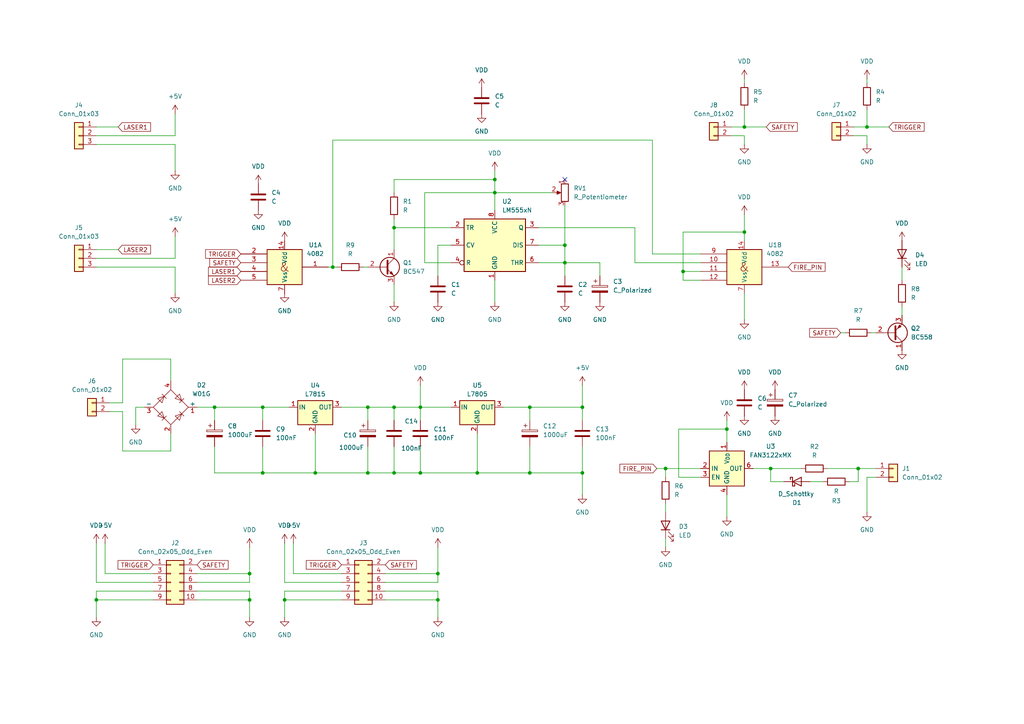
<source format=kicad_sch>
(kicad_sch (version 20250114) (generator "eeschema") (generator_version "9.0")
  (paper "A4")
  (lib_symbols
    (symbol "4xxx_IEEE:4082"
      (property "Reference" "U" (at 5.08 6.35 0))
      (property "Value" "4082" (at 5.08 -6.35 0))
      (symbol "4082_0_0"
        (text "&" (at 0 0 0) (effects (font (size 2.54 2.54))))
        (pin power_in line (at 0 7.62 270) (length 2.54) (name "Vdd") (number "14"))
        (pin power_in line (at 0 -7.62 90) (length 2.54) (name "Vss") (number "7"))
      )
      (symbol "4082_0_1"
        (rectangle (start -5.08 5.08) (end 5.08 -5.08) (stroke (width 0.254)) (fill (type background)))
      )
      (symbol "4082_1_1"
        (pin input line (at -12.7 3.81 0) (length 7.62) (name "~") (number "2"))
        (pin input line (at -12.7 1.27 0) (length 7.62) (name "~") (number "3"))
        (pin input line (at -12.7 -1.27 0) (length 7.62) (name "~") (number "4"))
        (pin input line (at -12.7 -3.81 0) (length 7.62) (name "~") (number "5"))
        (pin output line (at 12.7 0 180) (length 7.62) (name "~") (number "1"))
      )
      (symbol "4082_2_1"
        (pin input line (at -12.7 3.81 0) (length 7.62) (name "~") (number "9"))
        (pin input line (at -12.7 1.27 0) (length 7.62) (name "~") (number "10"))
        (pin input line (at -12.7 -1.27 0) (length 7.62) (name "~") (number "11"))
        (pin input line (at -12.7 -3.81 0) (length 7.62) (name "~") (number "12"))
        (pin output line (at 12.7 0 180) (length 7.62) (name "~") (number "13"))
      )
    )
    (symbol "Connector_Generic:Conn_01x02" (pin_names (offset 1.016) (hide yes))
      (property "Reference" "J" (at 0 2.54 0))
      (property "Value" "Conn_01x02" (at 0 -5.08 0))
      (symbol "Conn_01x02_1_1"
        (rectangle (start -1.27 1.27) (end 1.27 -3.81) (stroke (width 0.254)) (fill (type background)))
        (rectangle (start -1.27 0.127) (end 0 -0.127) (stroke (width 0.1524)))
        (rectangle (start -1.27 -2.413) (end 0 -2.667) (stroke (width 0.1524)))
        (pin passive line (at -5.08 0 0) (length 3.81) (name "Pin_1") (number "1"))
        (pin passive line (at -5.08 -2.54 0) (length 3.81) (name "Pin_2") (number "2"))
      )
    )
    (symbol "Connector_Generic:Conn_01x03" (pin_names (offset 1.016) (hide yes))
      (property "Reference" "J" (at 0 5.08 0))
      (property "Value" "Conn_01x03" (at 0 -5.08 0))
      (symbol "Conn_01x03_1_1"
        (rectangle (start -1.27 3.81) (end 1.27 -3.81) (stroke (width 0.254)) (fill (type background)))
        (rectangle (start -1.27 2.667) (end 0 2.413) (stroke (width 0.1524)))
        (rectangle (start -1.27 0.127) (end 0 -0.127) (stroke (width 0.1524)))
        (rectangle (start -1.27 -2.413) (end 0 -2.667) (stroke (width 0.1524)))
        (pin passive line (at -5.08 2.54 0) (length 3.81) (name "Pin_1") (number "1"))
        (pin passive line (at -5.08 0 0) (length 3.81) (name "Pin_2") (number "2"))
        (pin passive line (at -5.08 -2.54 0) (length 3.81) (name "Pin_3") (number "3"))
      )
    )
    (symbol "Connector_Generic:Conn_02x05_Odd_Even" (pin_names (offset 1.016) (hide yes))
      (property "Reference" "J" (at 1.27 7.62 0))
      (property "Value" "Conn_02x05_Odd_Even" (at 1.27 -7.62 0))
      (symbol "Conn_02x05_Odd_Even_1_1"
        (rectangle (start -1.27 6.35) (end 3.81 -6.35) (stroke (width 0.254)) (fill (type background)))
        (rectangle (start -1.27 5.207) (end 0 4.953) (stroke (width 0.1524)))
        (rectangle (start -1.27 2.667) (end 0 2.413) (stroke (width 0.1524)))
        (rectangle (start -1.27 0.127) (end 0 -0.127) (stroke (width 0.1524)))
        (rectangle (start -1.27 -2.413) (end 0 -2.667) (stroke (width 0.1524)))
        (rectangle (start -1.27 -4.953) (end 0 -5.207) (stroke (width 0.1524)))
        (rectangle (start 3.81 5.207) (end 2.54 4.953) (stroke (width 0.1524)))
        (rectangle (start 3.81 2.667) (end 2.54 2.413) (stroke (width 0.1524)))
        (rectangle (start 3.81 0.127) (end 2.54 -0.127) (stroke (width 0.1524)))
        (rectangle (start 3.81 -2.413) (end 2.54 -2.667) (stroke (width 0.1524)))
        (rectangle (start 3.81 -4.953) (end 2.54 -5.207) (stroke (width 0.1524)))
        (pin passive line (at -5.08 5.08 0) (length 3.81) (name "Pin_1") (number "1"))
        (pin passive line (at -5.08 2.54 0) (length 3.81) (name "Pin_3") (number "3"))
        (pin passive line (at -5.08 0 0) (length 3.81) (name "Pin_5") (number "5"))
        (pin passive line (at -5.08 -2.54 0) (length 3.81) (name "Pin_7") (number "7"))
        (pin passive line (at -5.08 -5.08 0) (length 3.81) (name "Pin_9") (number "9"))
        (pin passive line (at 7.62 5.08 180) (length 3.81) (name "Pin_2") (number "2"))
        (pin passive line (at 7.62 2.54 180) (length 3.81) (name "Pin_4") (number "4"))
        (pin passive line (at 7.62 0 180) (length 3.81) (name "Pin_6") (number "6"))
        (pin passive line (at 7.62 -2.54 180) (length 3.81) (name "Pin_8") (number "8"))
        (pin passive line (at 7.62 -5.08 180) (length 3.81) (name "Pin_10") (number "10"))
      )
    )
    (symbol "Device:C" (pin_numbers (hide yes)) (pin_names (offset 0.254))
      (property "Reference" "C" (at 0.635 2.54 0))
      (property "Value" "C" (at 0.635 -2.54 0))
      (symbol "C_0_1"
        (polyline (pts (xy -2.032 0.762) (xy 2.032 0.762)) (stroke (width 0.508)))
        (polyline (pts (xy -2.032 -0.762) (xy 2.032 -0.762)) (stroke (width 0.508)))
      )
      (symbol "C_1_1"
        (pin passive line (at 0 3.81 270) (length 2.794) (name "~") (number "1"))
        (pin passive line (at 0 -3.81 90) (length 2.794) (name "~") (number "2"))
      )
    )
    (symbol "Device:C_Polarized" (pin_numbers (hide yes)) (pin_names (offset 0.254))
      (property "Reference" "C" (at 0.635 2.54 0))
      (property "Value" "C_Polarized" (at 0.635 -2.54 0))
      (symbol "C_Polarized_0_1"
        (rectangle (start -2.286 0.508) (end 2.286 1.016))
        (polyline (pts (xy -1.778 2.286) (xy -0.762 2.286)))
        (polyline (pts (xy -1.27 2.794) (xy -1.27 1.778)))
        (rectangle (start 2.286 -0.508) (end -2.286 -1.016) (fill (type outline)))
      )
      (symbol "C_Polarized_1_1"
        (pin passive line (at 0 3.81 270) (length 2.794) (name "~") (number "1"))
        (pin passive line (at 0 -3.81 90) (length 2.794) (name "~") (number "2"))
      )
    )
    (symbol "Device:D_Schottky" (pin_numbers (hide yes)) (pin_names (offset 1.016) (hide yes))
      (property "Reference" "D" (at 0 2.54 0))
      (property "Value" "D_Schottky" (at 0 -2.54 0))
      (symbol "D_Schottky_0_1"
        (polyline (pts (xy -1.905 0.635) (xy -1.905 1.27) (xy -1.27 1.27) (xy -1.27 -1.27) (xy -0.635 -1.27) (xy -0.635 -0.635)) (stroke (width 0.254)))
        (polyline (pts (xy 1.27 1.27) (xy 1.27 -1.27) (xy -1.27 0) (xy 1.27 1.27)) (stroke (width 0.254)))
        (polyline (pts (xy 1.27 0) (xy -1.27 0)))
      )
      (symbol "D_Schottky_1_1"
        (pin passive line (at -3.81 0 0) (length 2.54) (name "K") (number "1"))
        (pin passive line (at 3.81 0 180) (length 2.54) (name "A") (number "2"))
      )
    )
    (symbol "Device:LED" (pin_numbers (hide yes)) (pin_names (offset 1.016) (hide yes))
      (property "Reference" "D" (at 0 2.54 0))
      (property "Value" "LED" (at 0 -2.54 0))
      (symbol "LED_0_1"
        (polyline (pts (xy -3.048 -0.762) (xy -4.572 -2.286) (xy -3.81 -2.286) (xy -4.572 -2.286) (xy -4.572 -1.524)))
        (polyline (pts (xy -1.778 -0.762) (xy -3.302 -2.286) (xy -2.54 -2.286) (xy -3.302 -2.286) (xy -3.302 -1.524)))
        (polyline (pts (xy -1.27 0) (xy 1.27 0)))
        (polyline (pts (xy -1.27 -1.27) (xy -1.27 1.27)) (stroke (width 0.254)))
        (polyline (pts (xy 1.27 -1.27) (xy 1.27 1.27) (xy -1.27 0) (xy 1.27 -1.27)) (stroke (width 0.254)))
      )
      (symbol "LED_1_1"
        (pin passive line (at -3.81 0 0) (length 2.54) (name "K") (number "1"))
        (pin passive line (at 3.81 0 180) (length 2.54) (name "A") (number "2"))
      )
    )
    (symbol "Device:R" (pin_numbers (hide yes)) (pin_names (offset 0))
      (property "Reference" "R" (at 2.032 0 90))
      (property "Value" "R" (at 0 0 90))
      (symbol "R_0_1"
        (rectangle (start -1.016 -2.54) (end 1.016 2.54) (stroke (width 0.254)))
      )
      (symbol "R_1_1"
        (pin passive line (at 0 3.81 270) (length 1.27) (name "~") (number "1"))
        (pin passive line (at 0 -3.81 90) (length 1.27) (name "~") (number "2"))
      )
    )
    (symbol "Device:R_Potentiometer" (pin_names (offset 1.016) (hide yes))
      (property "Reference" "RV" (at -4.445 0 90))
      (property "Value" "R_Potentiometer" (at -2.54 0 90))
      (symbol "R_Potentiometer_0_1"
        (rectangle (start 1.016 2.54) (end -1.016 -2.54) (stroke (width 0.254)))
        (polyline (pts (xy 1.143 0) (xy 2.286 0.508) (xy 2.286 -0.508) (xy 1.143 0)) (fill (type outline)))
        (polyline (pts (xy 2.54 0) (xy 1.524 0)))
      )
      (symbol "R_Potentiometer_1_1"
        (pin passive line (at 0 3.81 270) (length 1.27) (name "1") (number "1"))
        (pin passive line (at 0 -3.81 90) (length 1.27) (name "3") (number "3"))
        (pin passive line (at 3.81 0 180) (length 1.27) (name "2") (number "2"))
      )
    )
    (symbol "Diode_Bridge:W01G" (pin_names (offset 0))
      (property "Reference" "D" (at 2.54 6.985 0))
      (property "Value" "W01G" (at 2.54 5.08 0))
      (symbol "W01G_0_1"
        (polyline (pts (xy -5.08 0) (xy 0 -5.08) (xy 5.08 0) (xy 0 5.08) (xy -5.08 0)))
        (polyline (pts (xy -3.81 2.54) (xy -2.54 1.27) (xy -1.905 3.175) (xy -3.81 2.54)))
        (polyline (pts (xy -2.54 3.81) (xy -1.27 2.54)))
        (polyline (pts (xy -2.54 -1.27) (xy -3.81 -2.54) (xy -1.905 -3.175) (xy -2.54 -1.27)))
        (polyline (pts (xy -1.27 -2.54) (xy -2.54 -3.81)))
        (polyline (pts (xy 1.27 2.54) (xy 2.54 3.81) (xy 3.175 1.905) (xy 1.27 2.54)))
        (polyline (pts (xy 2.54 1.27) (xy 3.81 2.54)))
        (polyline (pts (xy 2.54 -1.27) (xy 3.81 -2.54)))
        (polyline (pts (xy 3.175 -1.905) (xy 1.27 -2.54) (xy 2.54 -3.81) (xy 3.175 -1.905)))
      )
      (symbol "W01G_1_1"
        (pin passive line (at -7.62 0 0) (length 2.54) (name "-") (number "3"))
        (pin passive line (at 0 7.62 270) (length 2.54) (name "~") (number "4"))
        (pin passive line (at 0 -7.62 90) (length 2.54) (name "~") (number "2"))
        (pin passive line (at 7.62 0 180) (length 2.54) (name "+") (number "1"))
      )
    )
    (symbol "Driver_FET:FAN3122xMX"
      (property "Reference" "U" (at -6.35 6.604 0))
      (property "Value" "FAN3122xMX" (at 8.89 6.604 0))
      (symbol "FAN3122xMX_0_1"
        (rectangle (start -5.08 5.08) (end 5.08 -5.08) (stroke (width 0.254)) (fill (type background)))
      )
      (symbol "FAN3122xMX_1_1"
        (pin input line (at -7.62 0 0) (length 2.54) (name "IN") (number "2"))
        (pin input line (at -7.62 -2.54 0) (length 2.54) (name "EN") (number "3"))
        (pin power_in line (at 0 7.62 270) (length 2.54) (name "V_{DD}") (number "1"))
        (pin passive line (at 0 7.62 270) (length 2.54) (hide yes) (name "V_{DD}") (number "8"))
        (pin power_in line (at 0 -7.62 90) (length 2.54) (name "GND") (number "4"))
        (pin passive line (at 0 -7.62 90) (length 2.54) (hide yes) (name "GND") (number "5"))
        (pin output line (at 7.62 0 180) (length 2.54) (name "OUT") (number "6"))
        (pin passive line (at 7.62 0 180) (length 2.54) (hide yes) (name "OUT") (number "7"))
      )
    )
    (symbol "Regulator_Linear:L7805" (pin_names (offset 0.254))
      (property "Reference" "U" (at -3.81 3.175 0))
      (property "Value" "L7805" (at 0 3.175 0))
      (symbol "L7805_0_1"
        (rectangle (start -5.08 1.905) (end 5.08 -5.08) (stroke (width 0.254)) (fill (type background)))
      )
      (symbol "L7805_1_1"
        (pin power_in line (at -7.62 0 0) (length 2.54) (name "IN") (number "1"))
        (pin power_in line (at 0 -7.62 90) (length 2.54) (name "GND") (number "2"))
        (pin power_out line (at 7.62 0 180) (length 2.54) (name "OUT") (number "3"))
      )
    )
    (symbol "Regulator_Linear:L7815" (pin_names (offset 0.254))
      (property "Reference" "U" (at -3.81 3.175 0))
      (property "Value" "L7815" (at 0 3.175 0))
      (symbol "L7815_0_1"
        (rectangle (start -5.08 1.905) (end 5.08 -5.08) (stroke (width 0.254)) (fill (type background)))
      )
      (symbol "L7815_1_1"
        (pin power_in line (at -7.62 0 0) (length 2.54) (name "IN") (number "1"))
        (pin power_in line (at 0 -7.62 90) (length 2.54) (name "GND") (number "2"))
        (pin power_out line (at 7.62 0 180) (length 2.54) (name "OUT") (number "3"))
      )
    )
    (symbol "Timer:LM555xN"
      (property "Reference" "U" (at -10.16 8.89 0))
      (property "Value" "LM555xN" (at 2.54 8.89 0))
      (symbol "LM555xN_0_0"
        (pin power_in line (at 0 10.16 270) (length 2.54) (name "VCC") (number "8"))
        (pin power_in line (at 0 -10.16 90) (length 2.54) (name "GND") (number "1"))
      )
      (symbol "LM555xN_0_1"
        (rectangle (start -8.89 -7.62) (end 8.89 7.62) (stroke (width 0.254)) (fill (type background)))
        (rectangle (start -8.89 -7.62) (end 8.89 7.62) (stroke (width 0.254)) (fill (type background)))
      )
      (symbol "LM555xN_1_1"
        (pin input line (at -12.7 5.08 0) (length 3.81) (name "TR") (number "2"))
        (pin input line (at -12.7 0 0) (length 3.81) (name "CV") (number "5"))
        (pin input inverted (at -12.7 -5.08 0) (length 3.81) (name "R") (number "4"))
        (pin output line (at 12.7 5.08 180) (length 3.81) (name "Q") (number "3"))
        (pin input line (at 12.7 0 180) (length 3.81) (name "DIS") (number "7"))
        (pin input line (at 12.7 -5.08 180) (length 3.81) (name "THR") (number "6"))
      )
    )
    (symbol "Transistor_BJT:BC547" (pin_names (offset 0) (hide yes))
      (property "Reference" "Q" (at 5.08 1.905 0))
      (property "Value" "BC547" (at 5.08 0 0))
      (symbol "BC547_0_1"
        (polyline (pts (xy -2.54 0) (xy 0.635 0)))
        (polyline (pts (xy 0.635 1.905) (xy 0.635 -1.905)) (stroke (width 0.508)))
        (circle (center 1.27 0) (radius 2.8194) (stroke (width 0.254)))
      )
      (symbol "BC547_1_1"
        (polyline (pts (xy 0.635 0.635) (xy 2.54 2.54)))
        (polyline (pts (xy 0.635 -0.635) (xy 2.54 -2.54)))
        (polyline (pts (xy 1.27 -1.778) (xy 1.778 -1.27) (xy 2.286 -2.286) (xy 1.27 -1.778)) (fill (type outline)))
        (pin input line (at -5.08 0 0) (length 2.54) (name "B") (number "2"))
        (pin passive line (at 2.54 5.08 270) (length 2.54) (name "C") (number "1"))
        (pin passive line (at 2.54 -5.08 90) (length 2.54) (name "E") (number "3"))
      )
    )
    (symbol "Transistor_BJT:BC558" (pin_names (offset 0) (hide yes))
      (property "Reference" "Q" (at 5.08 1.905 0))
      (property "Value" "BC558" (at 5.08 0 0))
      (symbol "BC558_0_1"
        (polyline (pts (xy -2.54 0) (xy 0.635 0)))
        (polyline (pts (xy 0.635 1.905) (xy 0.635 -1.905)) (stroke (width 0.508)))
        (polyline (pts (xy 0.635 0.635) (xy 2.54 2.54)))
        (polyline (pts (xy 0.635 -0.635) (xy 2.54 -2.54)))
        (circle (center 1.27 0) (radius 2.8194) (stroke (width 0.254)))
        (polyline (pts (xy 2.286 -1.778) (xy 1.778 -2.286) (xy 1.27 -1.27) (xy 2.286 -1.778)) (fill (type outline)))
      )
      (symbol "BC558_1_1"
        (pin input line (at -5.08 0 0) (length 2.54) (name "B") (number "2"))
        (pin passive line (at 2.54 5.08 270) (length 2.54) (name "C") (number "1"))
        (pin passive line (at 2.54 -5.08 90) (length 2.54) (name "E") (number "3"))
      )
    )
    (symbol "power:+5V" (power) (pin_numbers (hide yes)) (pin_names (offset 0) (hide yes))
      (property "Value" "+5V" (at 0 3.556 0))
      (symbol "+5V_0_1"
        (polyline (pts (xy -0.762 1.27) (xy 0 2.54)))
        (polyline (pts (xy 0 2.54) (xy 0.762 1.27)))
        (polyline (pts (xy 0 0) (xy 0 2.54)))
      )
      (symbol "+5V_1_1"
        (pin power_in line (at 0 0 90) (length 0) (name "~") (number "1"))
      )
    )
    (symbol "power:GND" (power) (pin_numbers (hide yes)) (pin_names (offset 0) (hide yes))
      (property "Value" "GND" (at 0 -3.81 0))
      (symbol "GND_0_1"
        (polyline (pts (xy 0 0) (xy 0 -1.27) (xy 1.27 -1.27) (xy 0 -2.54) (xy -1.27 -1.27) (xy 0 -1.27)))
      )
      (symbol "GND_1_1"
        (pin power_in line (at 0 0 270) (length 0) (name "~") (number "1"))
      )
    )
    (symbol "power:VDD" (power) (pin_numbers (hide yes)) (pin_names (offset 0) (hide yes))
      (property "Value" "VDD" (at 0 3.556 0))
      (symbol "VDD_0_1"
        (polyline (pts (xy -0.762 1.27) (xy 0 2.54)))
        (polyline (pts (xy 0 2.54) (xy 0.762 1.27)))
        (polyline (pts (xy 0 0) (xy 0 2.54)))
      )
      (symbol "VDD_1_1"
        (pin power_in line (at 0 0 90) (length 0) (name "~") (number "1"))
      )
    )
  )
  (junction (at 72.39 166.37))
  (junction (at 153.67 118.11))
  (junction (at 62.23 118.11))
  (junction (at 91.44 137.16))
  (junction (at 106.68 137.16))
  (junction (at 143.51 52.07))
  (junction (at 143.51 55.88))
  (junction (at 76.2 137.16))
  (junction (at 127 166.37))
  (junction (at 127 173.99))
  (junction (at 215.9 36.83))
  (junction (at 76.2 118.11))
  (junction (at 106.68 118.11))
  (junction (at 163.83 76.2))
  (junction (at 215.9 67.31))
  (junction (at 153.67 137.16))
  (junction (at 168.91 137.16))
  (junction (at 138.43 137.16))
  (junction (at 96.52 77.47))
  (junction (at 248.92 135.89))
  (junction (at 114.3 137.16))
  (junction (at 114.3 118.11))
  (junction (at 223.52 135.89))
  (junction (at 210.82 124.46))
  (junction (at 121.92 137.16))
  (junction (at 72.39 173.99))
  (junction (at 27.94 173.99))
  (junction (at 193.04 135.89))
  (junction (at 82.55 173.99))
  (junction (at 114.3 66.04))
  (junction (at 121.92 118.11))
  (junction (at 163.83 71.12))
  (junction (at 168.91 118.11))
  (junction (at 198.12 78.74))
  (junction (at 251.46 36.83))
  (no_connect (at 163.83 52.07))
  (wire (pts (xy 215.9 62.23) (xy 215.9 67.31)))
  (wire (pts (xy 72.39 166.37) (xy 72.39 158.75)))
  (wire (pts (xy 76.2 137.16) (xy 91.44 137.16)))
  (wire (pts (xy 123.19 55.88) (xy 143.51 55.88)))
  (wire (pts (xy 27.94 74.93) (xy 50.8 74.93)))
  (wire (pts (xy 127 168.91) (xy 127 166.37)))
  (wire (pts (xy 184.15 66.04) (xy 184.15 76.2)))
  (wire (pts (xy 114.3 82.55) (xy 114.3 87.63)))
  (wire (pts (xy 106.68 129.54) (xy 106.68 137.16)))
  (wire (pts (xy 198.12 81.28) (xy 198.12 78.74)))
  (wire (pts (xy 173.99 76.2) (xy 163.83 76.2)))
  (wire (pts (xy 138.43 137.16) (xy 153.67 137.16)))
  (wire (pts (xy 49.53 104.14) (xy 49.53 110.49)))
  (wire (pts (xy 50.8 41.91) (xy 50.8 49.53)))
  (wire (pts (xy 127 80.01) (xy 127 71.12)))
  (wire (pts (xy 121.92 118.11) (xy 121.92 121.92)))
  (wire (pts (xy 203.2 73.66) (xy 189.23 73.66)))
  (wire (pts (xy 30.48 157.48) (xy 30.48 166.37)))
  (wire (pts (xy 193.04 156.21) (xy 193.04 158.75)))
  (wire (pts (xy 196.85 124.46) (xy 210.82 124.46)))
  (wire (pts (xy 261.62 77.47) (xy 261.62 81.28)))
  (wire (pts (xy 121.92 118.11) (xy 130.81 118.11)))
  (wire (pts (xy 252.73 96.52) (xy 254 96.52)))
  (wire (pts (xy 82.55 173.99) (xy 82.55 171.45)))
  (wire (pts (xy 210.82 124.46) (xy 210.82 128.27)))
  (wire (pts (xy 27.94 39.37) (xy 50.8 39.37)))
  (wire (pts (xy 210.82 121.92) (xy 210.82 124.46)))
  (wire (pts (xy 76.2 129.54) (xy 76.2 137.16)))
  (wire (pts (xy 99.06 168.91) (xy 82.55 168.91)))
  (wire (pts (xy 49.53 130.81) (xy 49.53 125.73)))
  (wire (pts (xy 57.15 173.99) (xy 72.39 173.99)))
  (wire (pts (xy 246.38 139.7) (xy 248.92 139.7)))
  (wire (pts (xy 127 179.07) (xy 127 173.99)))
  (wire (pts (xy 105.41 77.47) (xy 106.68 77.47)))
  (wire (pts (xy 85.09 157.48) (xy 85.09 166.37)))
  (wire (pts (xy 127 173.99) (xy 127 171.45)))
  (wire (pts (xy 91.44 125.73) (xy 91.44 137.16)))
  (wire (pts (xy 163.83 71.12) (xy 163.83 76.2)))
  (wire (pts (xy 227.33 139.7) (xy 223.52 139.7)))
  (wire (pts (xy 114.3 63.5) (xy 114.3 66.04)))
  (wire (pts (xy 96.52 77.47) (xy 97.79 77.47)))
  (wire (pts (xy 248.92 135.89) (xy 254 135.89)))
  (wire (pts (xy 96.52 40.64) (xy 189.23 40.64)))
  (wire (pts (xy 57.15 168.91) (xy 72.39 168.91)))
  (wire (pts (xy 251.46 36.83) (xy 257.81 36.83)))
  (wire (pts (xy 218.44 135.89) (xy 223.52 135.89)))
  (wire (pts (xy 156.21 76.2) (xy 163.83 76.2)))
  (wire (pts (xy 82.55 173.99) (xy 99.06 173.99)))
  (wire (pts (xy 130.81 76.2) (xy 123.19 76.2)))
  (wire (pts (xy 121.92 137.16) (xy 138.43 137.16)))
  (wire (pts (xy 156.21 71.12) (xy 163.83 71.12)))
  (wire (pts (xy 35.56 104.14) (xy 49.53 104.14)))
  (wire (pts (xy 27.94 157.48) (xy 27.94 168.91)))
  (wire (pts (xy 223.52 139.7) (xy 223.52 135.89)))
  (wire (pts (xy 27.94 173.99) (xy 27.94 171.45)))
  (wire (pts (xy 62.23 118.11) (xy 62.23 121.92)))
  (wire (pts (xy 106.68 137.16) (xy 114.3 137.16)))
  (wire (pts (xy 50.8 39.37) (xy 50.8 33.02)))
  (wire (pts (xy 168.91 118.11) (xy 168.91 121.92)))
  (wire (pts (xy 173.99 80.01) (xy 173.99 76.2)))
  (wire (pts (xy 143.51 52.07) (xy 143.51 55.88)))
  (wire (pts (xy 114.3 55.88) (xy 114.3 52.07)))
  (wire (pts (xy 62.23 118.11) (xy 76.2 118.11)))
  (wire (pts (xy 240.03 135.89) (xy 248.92 135.89)))
  (wire (pts (xy 50.8 74.93) (xy 50.8 68.58)))
  (wire (pts (xy 196.85 138.43) (xy 196.85 124.46)))
  (wire (pts (xy 114.3 118.11) (xy 121.92 118.11)))
  (wire (pts (xy 212.09 36.83) (xy 215.9 36.83)))
  (wire (pts (xy 35.56 119.38) (xy 35.56 130.81)))
  (wire (pts (xy 153.67 129.54) (xy 153.67 137.16)))
  (wire (pts (xy 127 171.45) (xy 111.76 171.45)))
  (wire (pts (xy 143.51 81.28) (xy 143.51 87.63)))
  (wire (pts (xy 153.67 118.11) (xy 168.91 118.11)))
  (wire (pts (xy 82.55 171.45) (xy 99.06 171.45)))
  (wire (pts (xy 114.3 66.04) (xy 130.81 66.04)))
  (wire (pts (xy 82.55 179.07) (xy 82.55 173.99)))
  (wire (pts (xy 57.15 118.11) (xy 62.23 118.11)))
  (wire (pts (xy 215.9 36.83) (xy 222.25 36.83)))
  (wire (pts (xy 138.43 125.73) (xy 138.43 137.16)))
  (wire (pts (xy 95.25 77.47) (xy 96.52 77.47)))
  (wire (pts (xy 106.68 118.11) (xy 114.3 118.11)))
  (wire (pts (xy 27.94 173.99) (xy 44.45 173.99)))
  (wire (pts (xy 153.67 137.16) (xy 168.91 137.16)))
  (wire (pts (xy 114.3 129.54) (xy 114.3 137.16)))
  (wire (pts (xy 215.9 36.83) (xy 215.9 31.75)))
  (wire (pts (xy 31.75 116.84) (xy 35.56 116.84)))
  (wire (pts (xy 35.56 116.84) (xy 35.56 104.14)))
  (wire (pts (xy 127 71.12) (xy 130.81 71.12)))
  (wire (pts (xy 189.23 73.66) (xy 189.23 40.64)))
  (wire (pts (xy 27.94 77.47) (xy 50.8 77.47)))
  (wire (pts (xy 39.37 118.11) (xy 41.91 118.11)))
  (wire (pts (xy 127 166.37) (xy 127 158.75)))
  (wire (pts (xy 121.92 111.76) (xy 121.92 118.11)))
  (wire (pts (xy 190.5 135.89) (xy 193.04 135.89)))
  (wire (pts (xy 111.76 166.37) (xy 127 166.37)))
  (wire (pts (xy 251.46 138.43) (xy 254 138.43)))
  (wire (pts (xy 30.48 166.37) (xy 44.45 166.37)))
  (wire (pts (xy 31.75 119.38) (xy 35.56 119.38)))
  (wire (pts (xy 114.3 118.11) (xy 114.3 121.92)))
  (wire (pts (xy 27.94 72.39) (xy 34.29 72.39)))
  (wire (pts (xy 215.9 85.09) (xy 215.9 92.71)))
  (wire (pts (xy 143.51 49.53) (xy 143.51 52.07)))
  (wire (pts (xy 76.2 118.11) (xy 76.2 121.92)))
  (wire (pts (xy 163.83 76.2) (xy 163.83 80.01)))
  (wire (pts (xy 72.39 179.07) (xy 72.39 173.99)))
  (wire (pts (xy 96.52 77.47) (xy 96.52 40.64)))
  (wire (pts (xy 203.2 81.28) (xy 198.12 81.28)))
  (wire (pts (xy 143.51 55.88) (xy 143.51 60.96)))
  (wire (pts (xy 198.12 67.31) (xy 215.9 67.31)))
  (wire (pts (xy 168.91 111.76) (xy 168.91 118.11)))
  (wire (pts (xy 146.05 118.11) (xy 153.67 118.11)))
  (wire (pts (xy 247.65 36.83) (xy 251.46 36.83)))
  (wire (pts (xy 156.21 66.04) (xy 184.15 66.04)))
  (wire (pts (xy 76.2 118.11) (xy 83.82 118.11)))
  (wire (pts (xy 193.04 135.89) (xy 203.2 135.89)))
  (wire (pts (xy 143.51 55.88) (xy 160.02 55.88)))
  (wire (pts (xy 114.3 137.16) (xy 121.92 137.16)))
  (wire (pts (xy 114.3 52.07) (xy 143.51 52.07)))
  (wire (pts (xy 82.55 157.48) (xy 82.55 168.91)))
  (wire (pts (xy 184.15 76.2) (xy 203.2 76.2)))
  (wire (pts (xy 261.62 88.9) (xy 261.62 91.44)))
  (wire (pts (xy 215.9 67.31) (xy 215.9 69.85)))
  (wire (pts (xy 57.15 166.37) (xy 72.39 166.37)))
  (wire (pts (xy 198.12 78.74) (xy 198.12 67.31)))
  (wire (pts (xy 121.92 129.54) (xy 121.92 137.16)))
  (wire (pts (xy 210.82 143.51) (xy 210.82 149.86)))
  (wire (pts (xy 27.94 41.91) (xy 50.8 41.91)))
  (wire (pts (xy 248.92 139.7) (xy 248.92 135.89)))
  (wire (pts (xy 193.04 135.89) (xy 193.04 138.43)))
  (wire (pts (xy 251.46 41.91) (xy 251.46 39.37)))
  (wire (pts (xy 39.37 123.19) (xy 39.37 118.11)))
  (wire (pts (xy 35.56 130.81) (xy 49.53 130.81)))
  (wire (pts (xy 123.19 76.2) (xy 123.19 55.88)))
  (wire (pts (xy 44.45 168.91) (xy 27.94 168.91)))
  (wire (pts (xy 251.46 148.59) (xy 251.46 138.43)))
  (wire (pts (xy 168.91 137.16) (xy 168.91 143.51)))
  (wire (pts (xy 72.39 171.45) (xy 57.15 171.45)))
  (wire (pts (xy 163.83 59.69) (xy 163.83 71.12)))
  (wire (pts (xy 234.95 139.7) (xy 238.76 139.7)))
  (wire (pts (xy 27.94 36.83) (xy 34.29 36.83)))
  (wire (pts (xy 153.67 118.11) (xy 153.67 121.92)))
  (wire (pts (xy 85.09 166.37) (xy 99.06 166.37)))
  (wire (pts (xy 62.23 137.16) (xy 76.2 137.16)))
  (wire (pts (xy 223.52 135.89) (xy 232.41 135.89)))
  (wire (pts (xy 72.39 173.99) (xy 72.39 171.45)))
  (wire (pts (xy 27.94 179.07) (xy 27.94 173.99)))
  (wire (pts (xy 203.2 78.74) (xy 198.12 78.74)))
  (wire (pts (xy 111.76 173.99) (xy 127 173.99)))
  (wire (pts (xy 27.94 171.45) (xy 44.45 171.45)))
  (wire (pts (xy 203.2 138.43) (xy 196.85 138.43)))
  (wire (pts (xy 215.9 39.37) (xy 212.09 39.37)))
  (wire (pts (xy 106.68 118.11) (xy 106.68 121.92)))
  (wire (pts (xy 215.9 41.91) (xy 215.9 39.37)))
  (wire (pts (xy 251.46 39.37) (xy 247.65 39.37)))
  (wire (pts (xy 251.46 36.83) (xy 251.46 31.75)))
  (wire (pts (xy 62.23 129.54) (xy 62.23 137.16)))
  (wire (pts (xy 50.8 77.47) (xy 50.8 85.09)))
  (wire (pts (xy 111.76 168.91) (xy 127 168.91)))
  (wire (pts (xy 215.9 22.86) (xy 215.9 24.13)))
  (wire (pts (xy 114.3 66.04) (xy 114.3 72.39)))
  (wire (pts (xy 91.44 137.16) (xy 106.68 137.16)))
  (wire (pts (xy 168.91 137.16) (xy 168.91 129.54)))
  (wire (pts (xy 99.06 118.11) (xy 106.68 118.11)))
  (wire (pts (xy 243.84 96.52) (xy 245.11 96.52)))
  (wire (pts (xy 251.46 22.86) (xy 251.46 24.13)))
  (wire (pts (xy 72.39 168.91) (xy 72.39 166.37)))
  (wire (pts (xy 193.04 146.05) (xy 193.04 148.59)))
  (global_label "SAFETY" (shape input) (at 57.15 163.83 0) (property "Intersheetrefs" "${INTERSHEET_REFS}" (effects (hide yes))))
  (global_label "SAFETY" (shape input) (at 243.84 96.52 180) (property "Intersheetrefs" "${INTERSHEET_REFS}" (effects (hide yes))))
  (global_label "SAFETY" (shape input) (at 111.76 163.83 0) (property "Intersheetrefs" "${INTERSHEET_REFS}" (effects (hide yes))))
  (global_label "TRIGGER" (shape input) (at 44.45 163.83 180) (property "Intersheetrefs" "${INTERSHEET_REFS}" (effects (hide yes))))
  (global_label "LASER1" (shape input) (at 69.85 78.74 180) (property "Intersheetrefs" "${INTERSHEET_REFS}" (effects (hide yes))))
  (global_label "SAFETY" (shape input) (at 69.85 76.2 180) (property "Intersheetrefs" "${INTERSHEET_REFS}" (effects (hide yes))))
  (global_label "SAFETY" (shape input) (at 222.25 36.83 0) (property "Intersheetrefs" "${INTERSHEET_REFS}" (effects (hide yes))))
  (global_label "FIRE_PIN" (shape input) (at 190.5 135.89 180) (property "Intersheetrefs" "${INTERSHEET_REFS}" (effects (hide yes))))
  (global_label "LASER2" (shape input) (at 69.85 81.28 180) (property "Intersheetrefs" "${INTERSHEET_REFS}" (effects (hide yes))))
  (global_label "LASER2" (shape input) (at 34.29 72.39 0) (property "Intersheetrefs" "${INTERSHEET_REFS}" (effects (hide yes))))
  (global_label "TRIGGER" (shape input) (at 69.85 73.66 180) (property "Intersheetrefs" "${INTERSHEET_REFS}" (effects (hide yes))))
  (global_label "FIRE_PIN" (shape input) (at 228.6 77.47 0) (property "Intersheetrefs" "${INTERSHEET_REFS}" (effects (hide yes))))
  (global_label "TRIGGER" (shape input) (at 99.06 163.83 180) (property "Intersheetrefs" "${INTERSHEET_REFS}" (effects (hide yes))))
  (global_label "LASER1" (shape input) (at 34.29 36.83 0) (property "Intersheetrefs" "${INTERSHEET_REFS}" (effects (hide yes))))
  (global_label "TRIGGER" (shape input) (at 257.81 36.83 0) (property "Intersheetrefs" "${INTERSHEET_REFS}" (effects (hide yes))))
  (symbol (lib_id "power:GND") (at 82.55 85.09 0) (unit 1)
    (property "Reference" "#PWR02" (effects (hide yes)))
    (property "Value" "GND" (at 82.55 90.17 0))
    (property "Description" "Power symbol creates a global label with name \"GND\" , ground" (effects (hide yes)))
  )
  (symbol (lib_id "power:GND") (at 215.9 120.65 0) (unit 1)
    (property "Reference" "#PWR019" (effects (hide yes)))
    (property "Value" "GND" (at 215.9 125.73 0))
    (property "Description" "Power symbol creates a global label with name \"GND\" , ground" (effects (hide yes)))
  )
  (symbol (lib_id "power:+5V") (at 85.09 157.48 0) (unit 1)
    (property "Reference" "#PWR046" (effects (hide yes)))
    (property "Value" "+5V" (at 85.09 152.4 0))
    (property "Description" "Power symbol creates a global label with name \"+5V\"" (effects (hide yes)))
  )
  (symbol (lib_id "power:VDD") (at 251.46 22.86 0) (unit 1)
    (property "Reference" "#PWR038" (effects (hide yes)))
    (property "Value" "VDD" (at 251.46 17.78 0))
    (property "Description" "Power symbol creates a global label with name \"VDD\"" (effects (hide yes)))
  )
  (symbol (lib_id "power:VDD") (at 72.39 158.75 0) (unit 1)
    (property "Reference" "#PWR022" (effects (hide yes)))
    (property "Value" "VDD" (at 72.39 153.67 0))
    (property "Description" "Power symbol creates a global label with name \"VDD\"" (effects (hide yes)))
  )
  (symbol (lib_id "power:+5V") (at 50.8 68.58 0) (unit 1)
    (property "Reference" "#PWR032" (effects (hide yes)))
    (property "Value" "+5V" (at 50.8 63.5 0))
    (property "Description" "Power symbol creates a global label with name \"+5V\"" (effects (hide yes)))
  )
  (symbol (lib_id "power:GND") (at 27.94 179.07 0) (unit 1)
    (property "Reference" "#PWR025" (effects (hide yes)))
    (property "Value" "GND" (at 27.94 184.15 0))
    (property "Description" "Power symbol creates a global label with name \"GND\" , ground" (effects (hide yes)))
  )
  (symbol (lib_id "power:+5V") (at 30.48 157.48 0) (unit 1)
    (property "Reference" "#PWR045" (effects (hide yes)))
    (property "Value" "+5V" (at 30.48 152.4 0))
    (property "Description" "Power symbol creates a global label with name \"+5V\"" (effects (hide yes)))
  )
  (symbol (lib_id "power:GND") (at 127 87.63 0) (unit 1)
    (property "Reference" "#PWR05" (effects (hide yes)))
    (property "Value" "GND" (at 127 92.71 0))
    (property "Description" "Power symbol creates a global label with name \"GND\" , ground" (effects (hide yes)))
  )
  (symbol (lib_id "Connector_Generic:Conn_02x05_Odd_Even") (at 104.14 168.91 0) (unit 1)
    (property "Reference" "J3" (at 105.41 157.48 0))
    (property "Value" "Conn_02x05_Odd_Even" (at 105.41 160.02 0))
    (property "Footprint" "Connector_IDC:IDC-Header_2x05_P2.54mm_Vertical" (effects (hide yes)))
    (property "Description" "Generic connector, double row, 02x05, odd/even pin numbering scheme (row 1 odd numbers, row 2 even numbers), script generated (kicad-library-utils/schlib/autogen/connector/)" (effects (hide yes)))
  )
  (symbol (lib_id "power:VDD") (at 82.55 69.85 0) (unit 1)
    (property "Reference" "#PWR01" (effects (hide yes)))
    (property "Value" "VDD" (at 82.55 64.77 0))
    (property "Description" "Power symbol creates a global label with name \"VDD\"" (effects (hide yes)))
  )
  (symbol (lib_id "power:GND") (at 50.8 85.09 0) (unit 1)
    (property "Reference" "#PWR033" (effects (hide yes)))
    (property "Value" "GND" (at 50.8 90.17 0))
    (property "Description" "Power symbol creates a global label with name \"GND\" , ground" (effects (hide yes)))
  )
  (symbol (lib_id "Timer:LM555xN") (at 143.51 71.12 0) (unit 1)
    (property "Reference" "U2" (at 145.6533 58.42 0) (effects (justify left)))
    (property "Value" "LM555xN" (at 145.6533 60.96 0) (effects (justify left)))
    (property "Footprint" "Package_DIP:DIP-8_W7.62mm_Socket_LongPads" (effects (hide yes)))
    (property "Datasheet" "http://www.ti.com/lit/ds/symlink/lm555.pdf" (effects (hide yes)))
    (property "Description" "Timer, 555 compatible, PDIP-8" (effects (hide yes)))
  )
  (symbol (lib_id "power:GND") (at 168.91 143.51 0) (unit 1)
    (property "Reference" "#PWR037" (effects (hide yes)))
    (property "Value" "GND" (at 168.91 148.59 0))
    (property "Description" "Power symbol creates a global label with name \"GND\" , ground" (effects (hide yes)))
  )
  (symbol (lib_id "Device:C_Polarized") (at 173.99 83.82 0) (unit 1)
    (property "Reference" "C3" (at 177.8 81.6609 0) (effects (justify left)))
    (property "Value" "C_Polarized" (at 177.8 84.2009 0) (effects (justify left)))
    (property "Footprint" "Capacitor_THT:CP_Radial_D5.0mm_P2.50mm" (effects (hide yes)))
    (property "Description" "Polarized capacitor" (effects (hide yes)))
  )
  (symbol (lib_id "Connector_Generic:Conn_02x05_Odd_Even") (at 49.53 168.91 0) (unit 1)
    (property "Reference" "J2" (at 50.8 157.48 0))
    (property "Value" "Conn_02x05_Odd_Even" (at 50.8 160.02 0))
    (property "Footprint" "Connector_IDC:IDC-Header_2x05_P2.54mm_Vertical" (effects (hide yes)))
    (property "Description" "Generic connector, double row, 02x05, odd/even pin numbering scheme (row 1 odd numbers, row 2 even numbers), script generated (kicad-library-utils/schlib/autogen/connector/)" (effects (hide yes)))
  )
  (symbol (lib_id "Device:C") (at 76.2 125.73 0) (unit 1)
    (property "Reference" "C9" (at 80.01 124.4599 0) (effects (justify left)))
    (property "Value" "100nF" (at 80.01 126.9999 0) (effects (justify left)))
    (property "Footprint" "Capacitor_THT:C_Rect_L7.0mm_W2.0mm_P5.00mm" (effects (hide yes)))
    (property "Description" "Unpolarized capacitor" (effects (hide yes)))
  )
  (symbol (lib_id "Device:R") (at 114.3 59.69 0) (unit 1)
    (property "Reference" "R1" (at 116.84 58.4199 0) (effects (justify left)))
    (property "Value" "R" (at 116.84 60.9599 0) (effects (justify left)))
    (property "Footprint" "Resistor_THT:R_Axial_DIN0309_L9.0mm_D3.2mm_P15.24mm_Horizontal" (effects (hide yes)))
    (property "Description" "Resistor" (effects (hide yes)))
  )
  (symbol (lib_id "Device:C") (at 215.9 116.84 0) (unit 1)
    (property "Reference" "C6" (at 219.71 115.5699 0) (effects (justify left)))
    (property "Value" "C" (at 219.71 118.1099 0) (effects (justify left)))
    (property "Footprint" "Capacitor_THT:C_Rect_L7.0mm_W2.0mm_P5.00mm" (effects (hide yes)))
    (property "Description" "Unpolarized capacitor" (effects (hide yes)))
  )
  (symbol (lib_id "power:GND") (at 251.46 41.91 0) (unit 1)
    (property "Reference" "#PWR039" (effects (hide yes)))
    (property "Value" "GND" (at 251.46 46.99 0))
    (property "Description" "Power symbol creates a global label with name \"GND\" , ground" (effects (hide yes)))
  )
  (symbol (lib_id "power:GND") (at 72.39 179.07 0) (unit 1)
    (property "Reference" "#PWR023" (effects (hide yes)))
    (property "Value" "GND" (at 72.39 184.15 0))
    (property "Description" "Power symbol creates a global label with name \"GND\" , ground" (effects (hide yes)))
  )
  (symbol (lib_id "Driver_FET:FAN3122xMX") (at 210.82 135.89 0) (unit 1)
    (property "Reference" "U3" (at 223.52 129.4698 0))
    (property "Value" "FAN3122xMX" (at 223.52 132.0098 0))
    (property "Footprint" "Package_DIP:DIP-8_W7.62mm_Socket_LongPads" (effects (hide yes)))
    (property "Datasheet" "https://www.onsemi.com/download/data-sheet/pdf/fan3121-d.pdf" (effects (hide yes)))
    (property "Description" "High-speed low-side gate driver, single non-inverting output, 4.5..18V supply, 9.7A sink, 7.1A source, SOIC-8" (effects (hide yes)))
  )
  (symbol (lib_id "power:VDD") (at 261.62 69.85 0) (unit 1)
    (property "Reference" "#PWR044" (effects (hide yes)))
    (property "Value" "VDD" (at 261.62 64.77 0))
    (property "Description" "Power symbol creates a global label with name \"VDD\"" (effects (hide yes)))
  )
  (symbol (lib_id "power:GND") (at 163.83 87.63 0) (unit 1)
    (property "Reference" "#PWR07" (effects (hide yes)))
    (property "Value" "GND" (at 163.83 92.71 0))
    (property "Description" "Power symbol creates a global label with name \"GND\" , ground" (effects (hide yes)))
  )
  (symbol (lib_id "Connector_Generic:Conn_01x02") (at 207.01 36.83 0) (mirror y) (unit 1)
    (property "Reference" "J8" (at 207.01 30.48 0))
    (property "Value" "Conn_01x02" (at 207.01 33.02 0))
    (property "Footprint" "Connector_JST:JST_NV_B02P-NV_1x02_P5.00mm_Vertical" (effects (hide yes)))
    (property "Description" "Generic connector, single row, 01x02, script generated (kicad-library-utils/schlib/autogen/connector/)" (effects (hide yes)))
  )
  (symbol (lib_id "Device:C") (at 139.7 29.21 0) (unit 1)
    (property "Reference" "C5" (at 143.51 27.9399 0) (effects (justify left)))
    (property "Value" "C" (at 143.51 30.4799 0) (effects (justify left)))
    (property "Footprint" "Capacitor_THT:C_Rect_L7.0mm_W2.0mm_P5.00mm" (effects (hide yes)))
    (property "Description" "Unpolarized capacitor" (effects (hide yes)))
  )
  (symbol (lib_id "Transistor_BJT:BC558") (at 259.08 96.52 0) (mirror x) (unit 1)
    (property "Reference" "Q2" (at 264.16 95.2499 0) (effects (justify left)))
    (property "Value" "BC558" (at 264.16 97.7899 0) (effects (justify left)))
    (property "Footprint" "Package_TO_SOT_THT:TO-92_HandSolder" (effects (hide yes)))
    (property "Datasheet" "https://www.onsemi.com/pub/Collateral/BC556BTA-D.pdf" (effects (hide yes)))
    (property "Description" "0.1A Ic, 30V Vce, PNP Small Signal Transistor, TO-92" (effects (hide yes)))
  )
  (symbol (lib_id "power:VDD") (at 139.7 25.4 0) (unit 1)
    (property "Reference" "#PWR016" (effects (hide yes)))
    (property "Value" "VDD" (at 139.7 20.32 0))
    (property "Description" "Power symbol creates a global label with name \"VDD\"" (effects (hide yes)))
  )
  (symbol (lib_id "power:VDD") (at 121.92 111.76 0) (unit 1)
    (property "Reference" "#PWR036" (effects (hide yes)))
    (property "Value" "VDD" (at 121.92 106.68 0))
    (property "Description" "Power symbol creates a global label with name \"VDD\"" (effects (hide yes)))
  )
  (symbol (lib_id "Regulator_Linear:L7815") (at 91.44 118.11 0) (unit 1)
    (property "Reference" "U4" (at 91.44 111.76 0))
    (property "Value" "L7815" (at 91.44 114.3 0))
    (property "Footprint" "Package_TO_SOT_THT:TO-220-3_Vertical" (effects (hide yes)))
    (property "Datasheet" "http://www.st.com/content/ccc/resource/technical/document/datasheet/41/4f/b3/b0/12/d4/47/88/CD00000444.pdf/files/CD00000444.pdf/jcr:content/translations/en.CD00000444.pdf" (effects (hide yes)))
    (property "Description" "Positive 1.5A 35V Linear Regulator, Fixed Output 15V, TO-220/TO-263/TO-252" (effects (hide yes)))
  )
  (symbol (lib_id "power:+5V") (at 168.91 111.76 0) (unit 1)
    (property "Reference" "#PWR035" (effects (hide yes)))
    (property "Value" "+5V" (at 168.91 106.68 0))
    (property "Description" "Power symbol creates a global label with name \"+5V\"" (effects (hide yes)))
  )
  (symbol (lib_id "Device:R") (at 215.9 27.94 0) (unit 1)
    (property "Reference" "R5" (at 218.44 26.6699 0) (effects (justify left)))
    (property "Value" "R" (at 218.44 29.2099 0) (effects (justify left)))
    (property "Footprint" "Resistor_THT:R_Axial_DIN0309_L9.0mm_D3.2mm_P15.24mm_Horizontal" (effects (hide yes)))
    (property "Description" "Resistor" (effects (hide yes)))
  )
  (symbol (lib_id "power:GND") (at 215.9 41.91 0) (unit 1)
    (property "Reference" "#PWR041" (effects (hide yes)))
    (property "Value" "GND" (at 215.9 46.99 0))
    (property "Description" "Power symbol creates a global label with name \"GND\" , ground" (effects (hide yes)))
  )
  (symbol (lib_id "Device:R") (at 248.92 96.52 90) (unit 1)
    (property "Reference" "R7" (at 248.92 90.17 90))
    (property "Value" "R" (at 248.92 92.71 90))
    (property "Footprint" "Resistor_THT:R_Axial_DIN0309_L9.0mm_D3.2mm_P15.24mm_Horizontal" (effects (hide yes)))
    (property "Description" "Resistor" (effects (hide yes)))
  )
  (symbol (lib_id "Device:C") (at 114.3 125.73 0) (unit 1)
    (property "Reference" "C14" (at 117.348 122.174 0) (effects (justify left)))
    (property "Value" "100nF" (at 116.332 130.048 0) (effects (justify left)))
    (property "Footprint" "Capacitor_THT:C_Rect_L7.0mm_W2.0mm_P5.00mm" (effects (hide yes)))
    (property "Description" "Unpolarized capacitor" (effects (hide yes)))
  )
  (symbol (lib_id "Connector_Generic:Conn_01x02") (at 26.67 116.84 0) (mirror y) (unit 1)
    (property "Reference" "J6" (at 26.67 110.49 0))
    (property "Value" "Conn_01x02" (at 26.67 113.03 0))
    (property "Footprint" "Connector_JST:JST_NV_B02P-NV_1x02_P5.00mm_Vertical" (effects (hide yes)))
    (property "Description" "Generic connector, single row, 01x02, script generated (kicad-library-utils/schlib/autogen/connector/)" (effects (hide yes)))
  )
  (symbol (lib_id "Device:C") (at 168.91 125.73 0) (unit 1)
    (property "Reference" "C13" (at 172.72 124.4599 0) (effects (justify left)))
    (property "Value" "100nF" (at 172.72 126.9999 0) (effects (justify left)))
    (property "Footprint" "Capacitor_THT:C_Rect_L7.0mm_W2.0mm_P5.00mm" (effects (hide yes)))
    (property "Description" "Unpolarized capacitor" (effects (hide yes)))
  )
  (symbol (lib_id "power:+5V") (at 50.8 33.02 0) (unit 1)
    (property "Reference" "#PWR030" (effects (hide yes)))
    (property "Value" "+5V" (at 50.8 27.94 0))
    (property "Description" "Power symbol creates a global label with name \"+5V\"" (effects (hide yes)))
  )
  (symbol (lib_id "Device:R") (at 261.62 85.09 0) (unit 1)
    (property "Reference" "R8" (at 264.16 83.8199 0) (effects (justify left)))
    (property "Value" "R" (at 264.16 86.3599 0) (effects (justify left)))
    (property "Footprint" "Resistor_THT:R_Axial_DIN0309_L9.0mm_D3.2mm_P15.24mm_Horizontal" (effects (hide yes)))
    (property "Description" "Resistor" (effects (hide yes)))
  )
  (symbol (lib_id "4xxx_IEEE:4082") (at 82.55 77.47 0) (unit 1)
    (property "Reference" "U1" (at 91.44 71.0498 0))
    (property "Value" "4082" (at 91.44 73.5898 0))
    (property "Footprint" "Package_DIP:CERDIP-14_W7.62mm_SideBrazed_LongPads_Socket" (effects (hide yes)))
  )
  (symbol (lib_id "Transistor_BJT:BC547") (at 111.76 77.47 0) (unit 1)
    (property "Reference" "Q1" (at 116.84 76.1999 0) (effects (justify left)))
    (property "Value" "BC547" (at 116.84 78.7399 0) (effects (justify left)))
    (property "Footprint" "Package_TO_SOT_THT:TO-92_HandSolder" (effects (hide yes)))
    (property "Datasheet" "https://www.onsemi.com/pub/Collateral/BC550-D.pdf" (effects (hide yes)))
    (property "Description" "0.1A Ic, 45V Vce, Small Signal NPN Transistor, TO-92" (effects (hide yes)))
  )
  (symbol (lib_id "power:VDD") (at 215.9 113.03 0) (unit 1)
    (property "Reference" "#PWR018" (effects (hide yes)))
    (property "Value" "VDD" (at 215.9 107.95 0))
    (property "Description" "Power symbol creates a global label with name \"VDD\"" (effects (hide yes)))
  )
  (symbol (lib_id "Diode_Bridge:W01G") (at 49.53 118.11 0) (unit 1)
    (property "Reference" "D2" (at 58.42 111.6898 0))
    (property "Value" "W01G" (at 58.42 114.2298 0))
    (property "Footprint" "Diode_THT:Diode_Bridge_Round_D9.8mm" (effects (hide yes)))
    (property "Datasheet" "https://www.vishay.com/docs/88769/woo5g.pdf" (effects (hide yes)))
    (property "Description" "Glass Passivated Single-Phase Bridge Rectifier, 70V Vrms, 1.5A If, WOG package" (effects (hide yes)))
  )
  (symbol (lib_id "Device:C_Polarized") (at 153.67 125.73 0) (unit 1)
    (property "Reference" "C12" (at 157.48 123.5709 0) (effects (justify left)))
    (property "Value" "1000uF" (at 157.48 126.1109 0) (effects (justify left)))
    (property "Footprint" "Capacitor_THT:CP_Radial_D10.0mm_P5.00mm_P7.50mm" (effects (hide yes)))
    (property "Description" "Polarized capacitor" (effects (hide yes)))
  )
  (symbol (lib_id "Device:C_Polarized") (at 106.68 125.73 0) (unit 1)
    (property "Reference" "C10" (at 99.568 126.238 0) (effects (justify left)))
    (property "Value" "1000uF" (at 98.298 129.794 0) (effects (justify left)))
    (property "Footprint" "Capacitor_THT:CP_Radial_D10.0mm_P5.00mm_P7.50mm" (effects (hide yes)))
    (property "Description" "Polarized capacitor" (effects (hide yes)))
  )
  (symbol (lib_id "Connector_Generic:Conn_01x02") (at 259.08 135.89 0) (unit 1)
    (property "Reference" "J1" (at 261.62 135.8899 0) (effects (justify left)))
    (property "Value" "Conn_01x02" (at 261.62 138.4299 0) (effects (justify left)))
    (property "Footprint" "Connector_JST:JST_NV_B02P-NV_1x02_P5.00mm_Vertical" (effects (hide yes)))
    (property "Description" "Generic connector, single row, 01x02, script generated (kicad-library-utils/schlib/autogen/connector/)" (effects (hide yes)))
  )
  (symbol (lib_id "power:VDD") (at 215.9 62.23 0) (unit 1)
    (property "Reference" "#PWR09" (effects (hide yes)))
    (property "Value" "VDD" (at 215.9 57.15 0))
    (property "Description" "Power symbol creates a global label with name \"VDD\"" (effects (hide yes)))
  )
  (symbol (lib_id "Device:R_Potentiometer") (at 163.83 55.88 0) (mirror y) (unit 1)
    (property "Reference" "RV1" (at 166.37 54.6099 0) (effects (justify right)))
    (property "Value" "R_Potentiometer" (at 166.37 57.1499 0) (effects (justify right)))
    (property "Footprint" "Potentiometer_THT:Potentiometer_Bourns_3386P_Vertical" (effects (hide yes)))
    (property "Description" "Potentiometer" (effects (hide yes)))
  )
  (symbol (lib_id "power:GND") (at 173.99 87.63 0) (unit 1)
    (property "Reference" "#PWR08" (effects (hide yes)))
    (property "Value" "GND" (at 173.99 92.71 0))
    (property "Description" "Power symbol creates a global label with name \"GND\" , ground" (effects (hide yes)))
  )
  (symbol (lib_id "power:GND") (at 39.37 123.19 0) (unit 1)
    (property "Reference" "#PWR034" (effects (hide yes)))
    (property "Value" "GND" (at 39.37 128.27 0))
    (property "Description" "Power symbol creates a global label with name \"GND\" , ground" (effects (hide yes)))
  )
  (symbol (lib_id "power:VDD") (at 224.79 113.03 0) (unit 1)
    (property "Reference" "#PWR021" (effects (hide yes)))
    (property "Value" "VDD" (at 224.79 107.95 0))
    (property "Description" "Power symbol creates a global label with name \"VDD\"" (effects (hide yes)))
  )
  (symbol (lib_id "Connector_Generic:Conn_01x03") (at 22.86 74.93 0) (mirror y) (unit 1)
    (property "Reference" "J5" (at 22.86 66.04 0))
    (property "Value" "Conn_01x03" (at 22.86 68.58 0))
    (property "Footprint" "Connector_PinHeader_2.54mm:PinHeader_1x03_P2.54mm_Vertical" (effects (hide yes)))
    (property "Description" "Generic connector, single row, 01x03, script generated (kicad-library-utils/schlib/autogen/connector/)" (effects (hide yes)))
  )
  (symbol (lib_id "Regulator_Linear:L7805") (at 138.43 118.11 0) (unit 1)
    (property "Reference" "U5" (at 138.43 111.76 0))
    (property "Value" "L7805" (at 138.43 114.3 0))
    (property "Footprint" "Package_TO_SOT_THT:TO-220-3_Vertical" (effects (hide yes)))
    (property "Datasheet" "http://www.st.com/content/ccc/resource/technical/document/datasheet/41/4f/b3/b0/12/d4/47/88/CD00000444.pdf/files/CD00000444.pdf/jcr:content/translations/en.CD00000444.pdf" (effects (hide yes)))
    (property "Description" "Positive 1.5A 35V Linear Regulator, Fixed Output 5V, TO-220/TO-263/TO-252" (effects (hide yes)))
  )
  (symbol (lib_id "Connector_Generic:Conn_01x02") (at 242.57 36.83 0) (mirror y) (unit 1)
    (property "Reference" "J7" (at 242.57 30.48 0))
    (property "Value" "Conn_01x02" (at 242.57 33.02 0))
    (property "Footprint" "Connector_JST:JST_NV_B02P-NV_1x02_P5.00mm_Vertical" (effects (hide yes)))
    (property "Description" "Generic connector, single row, 01x02, script generated (kicad-library-utils/schlib/autogen/connector/)" (effects (hide yes)))
  )
  (symbol (lib_id "Device:C_Polarized") (at 224.79 116.84 0) (unit 1)
    (property "Reference" "C7" (at 228.6 114.6809 0) (effects (justify left)))
    (property "Value" "C_Polarized" (at 228.6 117.2209 0) (effects (justify left)))
    (property "Footprint" "Capacitor_THT:C_Rect_L7.0mm_W2.0mm_P5.00mm" (effects (hide yes)))
    (property "Description" "Polarized capacitor" (effects (hide yes)))
  )
  (symbol (lib_id "power:GND") (at 261.62 101.6 0) (unit 1)
    (property "Reference" "#PWR043" (effects (hide yes)))
    (property "Value" "GND" (at 261.62 106.68 0))
    (property "Description" "Power symbol creates a global label with name \"GND\" , ground" (effects (hide yes)))
  )
  (symbol (lib_id "power:GND") (at 139.7 33.02 0) (unit 1)
    (property "Reference" "#PWR017" (effects (hide yes)))
    (property "Value" "GND" (at 139.7 38.1 0))
    (property "Description" "Power symbol creates a global label with name \"GND\" , ground" (effects (hide yes)))
  )
  (symbol (lib_id "Device:C") (at 121.92 125.73 0) (unit 1)
    (property "Reference" "C11" (at 125.73 124.4599 0) (effects (justify left)))
    (property "Value" "100nF" (at 125.73 126.9999 0) (effects (justify left)))
    (property "Footprint" "Capacitor_THT:C_Rect_L7.0mm_W2.0mm_P5.00mm" (effects (hide yes)))
    (property "Description" "Unpolarized capacitor" (effects (hide yes)))
  )
  (symbol (lib_id "Device:R") (at 101.6 77.47 90) (unit 1)
    (property "Reference" "R9" (at 101.6 71.12 90))
    (property "Value" "R" (at 101.6 73.66 90))
    (property "Footprint" "Resistor_THT:R_Axial_DIN0309_L9.0mm_D3.2mm_P15.24mm_Horizontal" (effects (hide yes)))
    (property "Description" "Resistor" (effects (hide yes)))
  )
  (symbol (lib_id "Device:C") (at 74.93 57.15 0) (unit 1)
    (property "Reference" "C4" (at 78.74 55.8799 0) (effects (justify left)))
    (property "Value" "C" (at 78.74 58.4199 0) (effects (justify left)))
    (property "Footprint" "Capacitor_THT:C_Rect_L7.0mm_W2.0mm_P5.00mm" (effects (hide yes)))
    (property "Description" "Unpolarized capacitor" (effects (hide yes)))
  )
  (symbol (lib_id "power:VDD") (at 74.93 53.34 0) (unit 1)
    (property "Reference" "#PWR014" (effects (hide yes)))
    (property "Value" "VDD" (at 74.93 48.26 0))
    (property "Description" "Power symbol creates a global label with name \"VDD\"" (effects (hide yes)))
  )
  (symbol (lib_id "4xxx_IEEE:4082") (at 215.9 77.47 0) (unit 2)
    (property "Reference" "U1" (at 224.79 71.0498 0))
    (property "Value" "4082" (at 224.79 73.5898 0))
    (property "Footprint" "Package_DIP:CERDIP-14_W7.62mm_SideBrazed_LongPads_Socket" (effects (hide yes)))
  )
  (symbol (lib_id "power:GND") (at 193.04 158.75 0) (unit 1)
    (property "Reference" "#PWR042" (effects (hide yes)))
    (property "Value" "GND" (at 193.04 163.83 0))
    (property "Description" "Power symbol creates a global label with name \"GND\" , ground" (effects (hide yes)))
  )
  (symbol (lib_id "power:GND") (at 210.82 149.86 0) (unit 1)
    (property "Reference" "#PWR012" (effects (hide yes)))
    (property "Value" "GND" (at 210.82 154.94 0))
    (property "Description" "Power symbol creates a global label with name \"GND\" , ground" (effects (hide yes)))
  )
  (symbol (lib_id "Device:R") (at 251.46 27.94 0) (unit 1)
    (property "Reference" "R4" (at 254 26.6699 0) (effects (justify left)))
    (property "Value" "R" (at 254 29.2099 0) (effects (justify left)))
    (property "Footprint" "Resistor_THT:R_Axial_DIN0309_L9.0mm_D3.2mm_P15.24mm_Horizontal" (effects (hide yes)))
    (property "Description" "Resistor" (effects (hide yes)))
  )
  (symbol (lib_id "power:VDD") (at 210.82 121.92 0) (unit 1)
    (property "Reference" "#PWR011" (effects (hide yes)))
    (property "Value" "VDD" (at 210.82 116.84 0))
    (property "Description" "Power symbol creates a global label with name \"VDD\"" (effects (hide yes)))
  )
  (symbol (lib_id "Device:C") (at 127 83.82 0) (unit 1)
    (property "Reference" "C1" (at 130.81 82.5499 0) (effects (justify left)))
    (property "Value" "C" (at 130.81 85.0899 0) (effects (justify left)))
    (property "Footprint" "Capacitor_THT:C_Rect_L7.0mm_W2.0mm_P5.00mm" (effects (hide yes)))
    (property "Description" "Unpolarized capacitor" (effects (hide yes)))
  )
  (symbol (lib_id "power:GND") (at 215.9 92.71 0) (unit 1)
    (property "Reference" "#PWR010" (effects (hide yes)))
    (property "Value" "GND" (at 215.9 97.79 0))
    (property "Description" "Power symbol creates a global label with name \"GND\" , ground" (effects (hide yes)))
  )
  (symbol (lib_id "power:GND") (at 143.51 87.63 0) (unit 1)
    (property "Reference" "#PWR04" (effects (hide yes)))
    (property "Value" "GND" (at 143.51 92.71 0))
    (property "Description" "Power symbol creates a global label with name \"GND\" , ground" (effects (hide yes)))
  )
  (symbol (lib_id "Device:LED") (at 193.04 152.4 90) (unit 1)
    (property "Reference" "D3" (at 196.85 152.7174 90) (effects (justify right)))
    (property "Value" "LED" (at 196.85 155.2574 90) (effects (justify right)))
    (property "Footprint" "LED_THT:LED_D5.0mm" (effects (hide yes)))
    (property "Description" "Light emitting diode" (effects (hide yes)))
    (property "Sim.Pins" "1=K 2=A" (effects (hide yes)))
  )
  (symbol (lib_id "Device:R") (at 236.22 135.89 90) (unit 1)
    (property "Reference" "R2" (at 236.22 129.54 90))
    (property "Value" "R" (at 236.22 132.08 90))
    (property "Footprint" "Resistor_THT:R_Axial_DIN0309_L9.0mm_D3.2mm_P15.24mm_Horizontal" (effects (hide yes)))
    (property "Description" "Resistor" (effects (hide yes)))
  )
  (symbol (lib_id "power:VDD") (at 127 158.75 0) (unit 1)
    (property "Reference" "#PWR028" (effects (hide yes)))
    (property "Value" "VDD" (at 127 153.67 0))
    (property "Description" "Power symbol creates a global label with name \"VDD\"" (effects (hide yes)))
  )
  (symbol (lib_id "Connector_Generic:Conn_01x03") (at 22.86 39.37 0) (mirror y) (unit 1)
    (property "Reference" "J4" (at 22.86 30.48 0))
    (property "Value" "Conn_01x03" (at 22.86 33.02 0))
    (property "Footprint" "Connector_PinHeader_2.54mm:PinHeader_1x03_P2.54mm_Vertical" (effects (hide yes)))
    (property "Description" "Generic connector, single row, 01x03, script generated (kicad-library-utils/schlib/autogen/connector/)" (effects (hide yes)))
  )
  (symbol (lib_id "power:GND") (at 114.3 87.63 0) (unit 1)
    (property "Reference" "#PWR06" (effects (hide yes)))
    (property "Value" "GND" (at 114.3 92.71 0))
    (property "Description" "Power symbol creates a global label with name \"GND\" , ground" (effects (hide yes)))
  )
  (symbol (lib_id "Device:R") (at 242.57 139.7 90) (unit 1)
    (property "Reference" "R3" (at 242.57 145.288 90))
    (property "Value" "R" (at 242.57 142.494 90))
    (property "Footprint" "Resistor_THT:R_Axial_DIN0309_L9.0mm_D3.2mm_P15.24mm_Horizontal" (effects (hide yes)))
    (property "Description" "Resistor" (effects (hide yes)))
  )
  (symbol (lib_id "Device:D_Schottky") (at 231.14 139.7 0) (unit 1)
    (property "Reference" "D1" (at 231.14 145.796 0))
    (property "Value" "D_Schottky" (at 230.886 143.256 0))
    (property "Footprint" "Diode_THT:D_A-405_P12.70mm_Horizontal" (effects (hide yes)))
    (property "Description" "Schottky diode" (effects (hide yes)))
  )
  (symbol (lib_id "power:GND") (at 251.46 148.59 0) (unit 1)
    (property "Reference" "#PWR013" (effects (hide yes)))
    (property "Value" "GND" (at 251.46 153.67 0))
    (property "Description" "Power symbol creates a global label with name \"GND\" , ground" (effects (hide yes)))
  )
  (symbol (lib_id "power:GND") (at 50.8 49.53 0) (unit 1)
    (property "Reference" "#PWR031" (effects (hide yes)))
    (property "Value" "GND" (at 50.8 54.61 0))
    (property "Description" "Power symbol creates a global label with name \"GND\" , ground" (effects (hide yes)))
  )
  (symbol (lib_id "power:GND") (at 82.55 179.07 0) (unit 1)
    (property "Reference" "#PWR027" (effects (hide yes)))
    (property "Value" "GND" (at 82.55 184.15 0))
    (property "Description" "Power symbol creates a global label with name \"GND\" , ground" (effects (hide yes)))
  )
  (symbol (lib_id "Device:R") (at 193.04 142.24 0) (unit 1)
    (property "Reference" "R6" (at 195.58 140.9699 0) (effects (justify left)))
    (property "Value" "R" (at 195.58 143.5099 0) (effects (justify left)))
    (property "Footprint" "Resistor_THT:R_Axial_DIN0309_L9.0mm_D3.2mm_P15.24mm_Horizontal" (effects (hide yes)))
    (property "Description" "Resistor" (effects (hide yes)))
  )
  (symbol (lib_id "power:VDD") (at 82.55 157.48 0) (unit 1)
    (property "Reference" "#PWR026" (effects (hide yes)))
    (property "Value" "VDD" (at 82.55 152.4 0))
    (property "Description" "Power symbol creates a global label with name \"VDD\"" (effects (hide yes)))
  )
  (symbol (lib_id "Device:C_Polarized") (at 62.23 125.73 0) (unit 1)
    (property "Reference" "C8" (at 66.04 123.5709 0) (effects (justify left)))
    (property "Value" "1000uF" (at 66.04 126.1109 0) (effects (justify left)))
    (property "Footprint" "Capacitor_THT:CP_Radial_D10.0mm_P5.00mm_P7.50mm" (effects (hide yes)))
    (property "Description" "Polarized capacitor" (effects (hide yes)))
  )
  (symbol (lib_id "power:GND") (at 224.79 120.65 0) (unit 1)
    (property "Reference" "#PWR020" (effects (hide yes)))
    (property "Value" "GND" (at 224.79 125.73 0))
    (property "Description" "Power symbol creates a global label with name \"GND\" , ground" (effects (hide yes)))
  )
  (symbol (lib_id "Device:LED") (at 261.62 73.66 90) (unit 1)
    (property "Reference" "D4" (at 265.43 73.9774 90) (effects (justify right)))
    (property "Value" "LED" (at 265.43 76.5174 90) (effects (justify right)))
    (property "Footprint" "LED_THT:LED_D5.0mm" (effects (hide yes)))
    (property "Description" "Light emitting diode" (effects (hide yes)))
    (property "Sim.Pins" "1=K 2=A" (effects (hide yes)))
  )
  (symbol (lib_id "power:GND") (at 127 179.07 0) (unit 1)
    (property "Reference" "#PWR029" (effects (hide yes)))
    (property "Value" "GND" (at 127 184.15 0))
    (property "Description" "Power symbol creates a global label with name \"GND\" , ground" (effects (hide yes)))
  )
  (symbol (lib_id "power:VDD") (at 27.94 157.48 0) (unit 1)
    (property "Reference" "#PWR024" (effects (hide yes)))
    (property "Value" "VDD" (at 27.94 152.4 0))
    (property "Description" "Power symbol creates a global label with name \"VDD\"" (effects (hide yes)))
  )
  (symbol (lib_id "power:VDD") (at 215.9 22.86 0) (unit 1)
    (property "Reference" "#PWR040" (effects (hide yes)))
    (property "Value" "VDD" (at 215.9 17.78 0))
    (property "Description" "Power symbol creates a global label with name \"VDD\"" (effects (hide yes)))
  )
  (symbol (lib_id "Device:C") (at 163.83 83.82 0) (unit 1)
    (property "Reference" "C2" (at 167.64 82.5499 0) (effects (justify left)))
    (property "Value" "C" (at 167.64 85.0899 0) (effects (justify left)))
    (property "Footprint" "Capacitor_THT:C_Rect_L7.0mm_W2.0mm_P5.00mm" (effects (hide yes)))
    (property "Description" "Unpolarized capacitor" (effects (hide yes)))
  )
  (symbol (lib_id "power:VDD") (at 143.51 49.53 0) (unit 1)
    (property "Reference" "#PWR03" (effects (hide yes)))
    (property "Value" "VDD" (at 143.51 44.45 0))
    (property "Description" "Power symbol creates a global label with name \"VDD\"" (effects (hide yes)))
  )
  (symbol (lib_id "power:GND") (at 74.93 60.96 0) (unit 1)
    (property "Reference" "#PWR015" (effects (hide yes)))
    (property "Value" "GND" (at 74.93 66.04 0))
    (property "Description" "Power symbol creates a global label with name \"GND\" , ground" (effects (hide yes)))
  )
)
</source>
